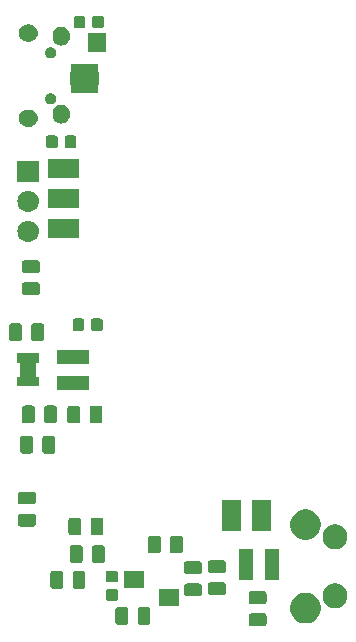
<source format=gbr>
G04 #@! TF.GenerationSoftware,KiCad,Pcbnew,(5.0.1)-rc2*
G04 #@! TF.CreationDate,2019-03-21T01:05:14-07:00*
G04 #@! TF.ProjectId,littlebeepboop,6C6974746C6562656570626F6F702E6B,rev?*
G04 #@! TF.SameCoordinates,Original*
G04 #@! TF.FileFunction,Soldermask,Bot*
G04 #@! TF.FilePolarity,Negative*
%FSLAX46Y46*%
G04 Gerber Fmt 4.6, Leading zero omitted, Abs format (unit mm)*
G04 Created by KiCad (PCBNEW (5.0.1)-rc2) date 3/21/2019 1:05:14 AM*
%MOMM*%
%LPD*%
G01*
G04 APERTURE LIST*
%ADD10C,0.100000*%
G04 APERTURE END LIST*
D10*
G36*
X179294466Y-137986065D02*
X179333137Y-137997796D01*
X179368779Y-138016848D01*
X179400017Y-138042483D01*
X179425652Y-138073721D01*
X179444704Y-138109363D01*
X179456435Y-138148034D01*
X179461000Y-138194388D01*
X179461000Y-138845612D01*
X179456435Y-138891966D01*
X179444704Y-138930637D01*
X179425652Y-138966279D01*
X179400017Y-138997517D01*
X179368779Y-139023152D01*
X179333137Y-139042204D01*
X179294466Y-139053935D01*
X179248112Y-139058500D01*
X178171888Y-139058500D01*
X178125534Y-139053935D01*
X178086863Y-139042204D01*
X178051221Y-139023152D01*
X178019983Y-138997517D01*
X177994348Y-138966279D01*
X177975296Y-138930637D01*
X177963565Y-138891966D01*
X177959000Y-138845612D01*
X177959000Y-138194388D01*
X177963565Y-138148034D01*
X177975296Y-138109363D01*
X177994348Y-138073721D01*
X178019983Y-138042483D01*
X178051221Y-138016848D01*
X178086863Y-137997796D01*
X178125534Y-137986065D01*
X178171888Y-137981500D01*
X179248112Y-137981500D01*
X179294466Y-137986065D01*
X179294466Y-137986065D01*
G37*
G36*
X169457466Y-137429565D02*
X169496137Y-137441296D01*
X169531779Y-137460348D01*
X169563017Y-137485983D01*
X169588652Y-137517221D01*
X169607704Y-137552863D01*
X169619435Y-137591534D01*
X169624000Y-137637888D01*
X169624000Y-138714112D01*
X169619435Y-138760466D01*
X169607704Y-138799137D01*
X169588652Y-138834779D01*
X169563017Y-138866017D01*
X169531779Y-138891652D01*
X169496137Y-138910704D01*
X169457466Y-138922435D01*
X169411112Y-138927000D01*
X168759888Y-138927000D01*
X168713534Y-138922435D01*
X168674863Y-138910704D01*
X168639221Y-138891652D01*
X168607983Y-138866017D01*
X168582348Y-138834779D01*
X168563296Y-138799137D01*
X168551565Y-138760466D01*
X168547000Y-138714112D01*
X168547000Y-137637888D01*
X168551565Y-137591534D01*
X168563296Y-137552863D01*
X168582348Y-137517221D01*
X168607983Y-137485983D01*
X168639221Y-137460348D01*
X168674863Y-137441296D01*
X168713534Y-137429565D01*
X168759888Y-137425000D01*
X169411112Y-137425000D01*
X169457466Y-137429565D01*
X169457466Y-137429565D01*
G37*
G36*
X167582466Y-137429565D02*
X167621137Y-137441296D01*
X167656779Y-137460348D01*
X167688017Y-137485983D01*
X167713652Y-137517221D01*
X167732704Y-137552863D01*
X167744435Y-137591534D01*
X167749000Y-137637888D01*
X167749000Y-138714112D01*
X167744435Y-138760466D01*
X167732704Y-138799137D01*
X167713652Y-138834779D01*
X167688017Y-138866017D01*
X167656779Y-138891652D01*
X167621137Y-138910704D01*
X167582466Y-138922435D01*
X167536112Y-138927000D01*
X166884888Y-138927000D01*
X166838534Y-138922435D01*
X166799863Y-138910704D01*
X166764221Y-138891652D01*
X166732983Y-138866017D01*
X166707348Y-138834779D01*
X166688296Y-138799137D01*
X166676565Y-138760466D01*
X166672000Y-138714112D01*
X166672000Y-137637888D01*
X166676565Y-137591534D01*
X166688296Y-137552863D01*
X166707348Y-137517221D01*
X166732983Y-137485983D01*
X166764221Y-137460348D01*
X166799863Y-137441296D01*
X166838534Y-137429565D01*
X166884888Y-137425000D01*
X167536112Y-137425000D01*
X167582466Y-137429565D01*
X167582466Y-137429565D01*
G37*
G36*
X183139485Y-136278996D02*
X183139487Y-136278997D01*
X183139488Y-136278997D01*
X183277779Y-136336279D01*
X183376255Y-136377069D01*
X183589342Y-136519449D01*
X183770551Y-136700658D01*
X183770553Y-136700661D01*
X183912931Y-136913745D01*
X183971705Y-137055637D01*
X184011004Y-137150515D01*
X184058362Y-137388600D01*
X184061000Y-137401863D01*
X184061000Y-137658137D01*
X184011003Y-137909488D01*
X183931609Y-138101163D01*
X183912931Y-138146255D01*
X183770551Y-138359342D01*
X183589342Y-138540551D01*
X183589339Y-138540553D01*
X183376255Y-138682931D01*
X183139488Y-138781003D01*
X183139487Y-138781003D01*
X183139485Y-138781004D01*
X182888139Y-138831000D01*
X182631861Y-138831000D01*
X182380515Y-138781004D01*
X182380513Y-138781003D01*
X182380512Y-138781003D01*
X182143745Y-138682931D01*
X181930661Y-138540553D01*
X181930658Y-138540551D01*
X181749449Y-138359342D01*
X181607069Y-138146255D01*
X181588391Y-138101163D01*
X181508997Y-137909488D01*
X181459000Y-137658137D01*
X181459000Y-137401863D01*
X181461638Y-137388600D01*
X181508996Y-137150515D01*
X181548296Y-137055637D01*
X181607069Y-136913745D01*
X181749447Y-136700661D01*
X181749449Y-136700658D01*
X181930658Y-136519449D01*
X182143745Y-136377069D01*
X182242221Y-136336279D01*
X182380512Y-136278997D01*
X182380513Y-136278997D01*
X182380515Y-136278996D01*
X182631861Y-136229000D01*
X182888139Y-136229000D01*
X183139485Y-136278996D01*
X183139485Y-136278996D01*
G37*
G36*
X185566565Y-135479389D02*
X185757834Y-135558615D01*
X185929976Y-135673637D01*
X186076363Y-135820024D01*
X186191385Y-135992166D01*
X186270611Y-136183435D01*
X186311000Y-136386484D01*
X186311000Y-136593516D01*
X186270611Y-136796565D01*
X186191385Y-136987834D01*
X186076363Y-137159976D01*
X185929976Y-137306363D01*
X185757834Y-137421385D01*
X185566565Y-137500611D01*
X185363516Y-137541000D01*
X185156484Y-137541000D01*
X184953435Y-137500611D01*
X184762166Y-137421385D01*
X184590024Y-137306363D01*
X184443637Y-137159976D01*
X184328615Y-136987834D01*
X184249389Y-136796565D01*
X184209000Y-136593516D01*
X184209000Y-136386484D01*
X184249389Y-136183435D01*
X184328615Y-135992166D01*
X184443637Y-135820024D01*
X184590024Y-135673637D01*
X184762166Y-135558615D01*
X184953435Y-135479389D01*
X185156484Y-135439000D01*
X185363516Y-135439000D01*
X185566565Y-135479389D01*
X185566565Y-135479389D01*
G37*
G36*
X172021500Y-137388600D02*
X170370500Y-137388600D01*
X170370500Y-135915400D01*
X172021500Y-135915400D01*
X172021500Y-137388600D01*
X172021500Y-137388600D01*
G37*
G36*
X179294466Y-136111065D02*
X179333137Y-136122796D01*
X179368779Y-136141848D01*
X179400017Y-136167483D01*
X179425652Y-136198721D01*
X179444704Y-136234363D01*
X179456435Y-136273034D01*
X179461000Y-136319388D01*
X179461000Y-136970612D01*
X179456435Y-137016966D01*
X179444704Y-137055637D01*
X179425652Y-137091279D01*
X179400017Y-137122517D01*
X179368779Y-137148152D01*
X179333137Y-137167204D01*
X179294466Y-137178935D01*
X179248112Y-137183500D01*
X178171888Y-137183500D01*
X178125534Y-137178935D01*
X178086863Y-137167204D01*
X178051221Y-137148152D01*
X178019983Y-137122517D01*
X177994348Y-137091279D01*
X177975296Y-137055637D01*
X177963565Y-137016966D01*
X177959000Y-136970612D01*
X177959000Y-136319388D01*
X177963565Y-136273034D01*
X177975296Y-136234363D01*
X177994348Y-136198721D01*
X178019983Y-136167483D01*
X178051221Y-136141848D01*
X178086863Y-136122796D01*
X178125534Y-136111065D01*
X178171888Y-136106500D01*
X179248112Y-136106500D01*
X179294466Y-136111065D01*
X179294466Y-136111065D01*
G37*
G36*
X166749591Y-135939085D02*
X166783569Y-135949393D01*
X166814887Y-135966133D01*
X166842339Y-135988661D01*
X166864867Y-136016113D01*
X166881607Y-136047431D01*
X166891915Y-136081409D01*
X166896000Y-136122890D01*
X166896000Y-136724110D01*
X166891915Y-136765591D01*
X166881607Y-136799569D01*
X166864867Y-136830887D01*
X166842339Y-136858339D01*
X166814887Y-136880867D01*
X166783569Y-136897607D01*
X166749591Y-136907915D01*
X166708110Y-136912000D01*
X166031890Y-136912000D01*
X165990409Y-136907915D01*
X165956431Y-136897607D01*
X165925113Y-136880867D01*
X165897661Y-136858339D01*
X165875133Y-136830887D01*
X165858393Y-136799569D01*
X165848085Y-136765591D01*
X165844000Y-136724110D01*
X165844000Y-136122890D01*
X165848085Y-136081409D01*
X165858393Y-136047431D01*
X165875133Y-136016113D01*
X165897661Y-135988661D01*
X165925113Y-135966133D01*
X165956431Y-135949393D01*
X165990409Y-135939085D01*
X166031890Y-135935000D01*
X166708110Y-135935000D01*
X166749591Y-135939085D01*
X166749591Y-135939085D01*
G37*
G36*
X173812466Y-135453065D02*
X173851137Y-135464796D01*
X173886779Y-135483848D01*
X173918017Y-135509483D01*
X173943652Y-135540721D01*
X173962704Y-135576363D01*
X173974435Y-135615034D01*
X173979000Y-135661388D01*
X173979000Y-136312612D01*
X173974435Y-136358966D01*
X173962704Y-136397637D01*
X173943652Y-136433279D01*
X173918017Y-136464517D01*
X173886779Y-136490152D01*
X173851137Y-136509204D01*
X173812466Y-136520935D01*
X173766112Y-136525500D01*
X172689888Y-136525500D01*
X172643534Y-136520935D01*
X172604863Y-136509204D01*
X172569221Y-136490152D01*
X172537983Y-136464517D01*
X172512348Y-136433279D01*
X172493296Y-136397637D01*
X172481565Y-136358966D01*
X172477000Y-136312612D01*
X172477000Y-135661388D01*
X172481565Y-135615034D01*
X172493296Y-135576363D01*
X172512348Y-135540721D01*
X172537983Y-135509483D01*
X172569221Y-135483848D01*
X172604863Y-135464796D01*
X172643534Y-135453065D01*
X172689888Y-135448500D01*
X173766112Y-135448500D01*
X173812466Y-135453065D01*
X173812466Y-135453065D01*
G37*
G36*
X175844466Y-135356065D02*
X175883137Y-135367796D01*
X175918779Y-135386848D01*
X175950017Y-135412483D01*
X175975652Y-135443721D01*
X175994704Y-135479363D01*
X176006435Y-135518034D01*
X176011000Y-135564388D01*
X176011000Y-136215612D01*
X176006435Y-136261966D01*
X175994704Y-136300637D01*
X175975652Y-136336279D01*
X175950017Y-136367517D01*
X175918779Y-136393152D01*
X175883137Y-136412204D01*
X175844466Y-136423935D01*
X175798112Y-136428500D01*
X174721888Y-136428500D01*
X174675534Y-136423935D01*
X174636863Y-136412204D01*
X174601221Y-136393152D01*
X174569983Y-136367517D01*
X174544348Y-136336279D01*
X174525296Y-136300637D01*
X174513565Y-136261966D01*
X174509000Y-136215612D01*
X174509000Y-135564388D01*
X174513565Y-135518034D01*
X174525296Y-135479363D01*
X174544348Y-135443721D01*
X174569983Y-135412483D01*
X174601221Y-135386848D01*
X174636863Y-135367796D01*
X174675534Y-135356065D01*
X174721888Y-135351500D01*
X175798112Y-135351500D01*
X175844466Y-135356065D01*
X175844466Y-135356065D01*
G37*
G36*
X162072966Y-134381565D02*
X162111637Y-134393296D01*
X162147279Y-134412348D01*
X162178517Y-134437983D01*
X162204152Y-134469221D01*
X162223204Y-134504863D01*
X162234935Y-134543534D01*
X162239500Y-134589888D01*
X162239500Y-135666112D01*
X162234935Y-135712466D01*
X162223204Y-135751137D01*
X162204152Y-135786779D01*
X162178517Y-135818017D01*
X162147279Y-135843652D01*
X162111637Y-135862704D01*
X162072966Y-135874435D01*
X162026612Y-135879000D01*
X161375388Y-135879000D01*
X161329034Y-135874435D01*
X161290363Y-135862704D01*
X161254721Y-135843652D01*
X161223483Y-135818017D01*
X161197848Y-135786779D01*
X161178796Y-135751137D01*
X161167065Y-135712466D01*
X161162500Y-135666112D01*
X161162500Y-134589888D01*
X161167065Y-134543534D01*
X161178796Y-134504863D01*
X161197848Y-134469221D01*
X161223483Y-134437983D01*
X161254721Y-134412348D01*
X161290363Y-134393296D01*
X161329034Y-134381565D01*
X161375388Y-134377000D01*
X162026612Y-134377000D01*
X162072966Y-134381565D01*
X162072966Y-134381565D01*
G37*
G36*
X163947966Y-134381565D02*
X163986637Y-134393296D01*
X164022279Y-134412348D01*
X164053517Y-134437983D01*
X164079152Y-134469221D01*
X164098204Y-134504863D01*
X164109935Y-134543534D01*
X164114500Y-134589888D01*
X164114500Y-135666112D01*
X164109935Y-135712466D01*
X164098204Y-135751137D01*
X164079152Y-135786779D01*
X164053517Y-135818017D01*
X164022279Y-135843652D01*
X163986637Y-135862704D01*
X163947966Y-135874435D01*
X163901612Y-135879000D01*
X163250388Y-135879000D01*
X163204034Y-135874435D01*
X163165363Y-135862704D01*
X163129721Y-135843652D01*
X163098483Y-135818017D01*
X163072848Y-135786779D01*
X163053796Y-135751137D01*
X163042065Y-135712466D01*
X163037500Y-135666112D01*
X163037500Y-134589888D01*
X163042065Y-134543534D01*
X163053796Y-134504863D01*
X163072848Y-134469221D01*
X163098483Y-134437983D01*
X163129721Y-134412348D01*
X163165363Y-134393296D01*
X163204034Y-134381565D01*
X163250388Y-134377000D01*
X163901612Y-134377000D01*
X163947966Y-134381565D01*
X163947966Y-134381565D01*
G37*
G36*
X169075100Y-135864600D02*
X167424100Y-135864600D01*
X167424100Y-134391400D01*
X169075100Y-134391400D01*
X169075100Y-135864600D01*
X169075100Y-135864600D01*
G37*
G36*
X166749591Y-134364085D02*
X166783569Y-134374393D01*
X166814887Y-134391133D01*
X166842339Y-134413661D01*
X166864867Y-134441113D01*
X166881607Y-134472431D01*
X166891915Y-134506409D01*
X166896000Y-134547890D01*
X166896000Y-135149110D01*
X166891915Y-135190591D01*
X166881607Y-135224569D01*
X166864867Y-135255887D01*
X166842339Y-135283339D01*
X166814887Y-135305867D01*
X166783569Y-135322607D01*
X166749591Y-135332915D01*
X166708110Y-135337000D01*
X166031890Y-135337000D01*
X165990409Y-135332915D01*
X165956431Y-135322607D01*
X165925113Y-135305867D01*
X165897661Y-135283339D01*
X165875133Y-135255887D01*
X165858393Y-135224569D01*
X165848085Y-135190591D01*
X165844000Y-135149110D01*
X165844000Y-134547890D01*
X165848085Y-134506409D01*
X165858393Y-134472431D01*
X165875133Y-134441113D01*
X165897661Y-134413661D01*
X165925113Y-134391133D01*
X165956431Y-134374393D01*
X165990409Y-134364085D01*
X166031890Y-134360000D01*
X166708110Y-134360000D01*
X166749591Y-134364085D01*
X166749591Y-134364085D01*
G37*
G36*
X180497000Y-135184000D02*
X179335000Y-135184000D01*
X179335000Y-132532000D01*
X180497000Y-132532000D01*
X180497000Y-135184000D01*
X180497000Y-135184000D01*
G37*
G36*
X178297000Y-135184000D02*
X177135000Y-135184000D01*
X177135000Y-132532000D01*
X178297000Y-132532000D01*
X178297000Y-135184000D01*
X178297000Y-135184000D01*
G37*
G36*
X173812466Y-133578065D02*
X173851137Y-133589796D01*
X173886779Y-133608848D01*
X173918017Y-133634483D01*
X173943652Y-133665721D01*
X173962704Y-133701363D01*
X173974435Y-133740034D01*
X173979000Y-133786388D01*
X173979000Y-134437612D01*
X173974435Y-134483966D01*
X173962704Y-134522637D01*
X173943652Y-134558279D01*
X173918017Y-134589517D01*
X173886779Y-134615152D01*
X173851137Y-134634204D01*
X173812466Y-134645935D01*
X173766112Y-134650500D01*
X172689888Y-134650500D01*
X172643534Y-134645935D01*
X172604863Y-134634204D01*
X172569221Y-134615152D01*
X172537983Y-134589517D01*
X172512348Y-134558279D01*
X172493296Y-134522637D01*
X172481565Y-134483966D01*
X172477000Y-134437612D01*
X172477000Y-133786388D01*
X172481565Y-133740034D01*
X172493296Y-133701363D01*
X172512348Y-133665721D01*
X172537983Y-133634483D01*
X172569221Y-133608848D01*
X172604863Y-133589796D01*
X172643534Y-133578065D01*
X172689888Y-133573500D01*
X173766112Y-133573500D01*
X173812466Y-133578065D01*
X173812466Y-133578065D01*
G37*
G36*
X175844466Y-133481065D02*
X175883137Y-133492796D01*
X175918779Y-133511848D01*
X175950017Y-133537483D01*
X175975652Y-133568721D01*
X175994704Y-133604363D01*
X176006435Y-133643034D01*
X176011000Y-133689388D01*
X176011000Y-134340612D01*
X176006435Y-134386966D01*
X175994704Y-134425637D01*
X175975652Y-134461279D01*
X175950017Y-134492517D01*
X175918779Y-134518152D01*
X175883137Y-134537204D01*
X175844466Y-134548935D01*
X175798112Y-134553500D01*
X174721888Y-134553500D01*
X174675534Y-134548935D01*
X174636863Y-134537204D01*
X174601221Y-134518152D01*
X174569983Y-134492517D01*
X174544348Y-134461279D01*
X174525296Y-134425637D01*
X174513565Y-134386966D01*
X174509000Y-134340612D01*
X174509000Y-133689388D01*
X174513565Y-133643034D01*
X174525296Y-133604363D01*
X174544348Y-133568721D01*
X174569983Y-133537483D01*
X174601221Y-133511848D01*
X174636863Y-133492796D01*
X174675534Y-133481065D01*
X174721888Y-133476500D01*
X175798112Y-133476500D01*
X175844466Y-133481065D01*
X175844466Y-133481065D01*
G37*
G36*
X163726966Y-132203565D02*
X163765637Y-132215296D01*
X163801279Y-132234348D01*
X163832517Y-132259983D01*
X163858152Y-132291221D01*
X163877204Y-132326863D01*
X163888935Y-132365534D01*
X163893500Y-132411888D01*
X163893500Y-133488112D01*
X163888935Y-133534466D01*
X163877204Y-133573137D01*
X163858152Y-133608779D01*
X163832517Y-133640017D01*
X163801279Y-133665652D01*
X163765637Y-133684704D01*
X163726966Y-133696435D01*
X163680612Y-133701000D01*
X163029388Y-133701000D01*
X162983034Y-133696435D01*
X162944363Y-133684704D01*
X162908721Y-133665652D01*
X162877483Y-133640017D01*
X162851848Y-133608779D01*
X162832796Y-133573137D01*
X162821065Y-133534466D01*
X162816500Y-133488112D01*
X162816500Y-132411888D01*
X162821065Y-132365534D01*
X162832796Y-132326863D01*
X162851848Y-132291221D01*
X162877483Y-132259983D01*
X162908721Y-132234348D01*
X162944363Y-132215296D01*
X162983034Y-132203565D01*
X163029388Y-132199000D01*
X163680612Y-132199000D01*
X163726966Y-132203565D01*
X163726966Y-132203565D01*
G37*
G36*
X165601966Y-132203565D02*
X165640637Y-132215296D01*
X165676279Y-132234348D01*
X165707517Y-132259983D01*
X165733152Y-132291221D01*
X165752204Y-132326863D01*
X165763935Y-132365534D01*
X165768500Y-132411888D01*
X165768500Y-133488112D01*
X165763935Y-133534466D01*
X165752204Y-133573137D01*
X165733152Y-133608779D01*
X165707517Y-133640017D01*
X165676279Y-133665652D01*
X165640637Y-133684704D01*
X165601966Y-133696435D01*
X165555612Y-133701000D01*
X164904388Y-133701000D01*
X164858034Y-133696435D01*
X164819363Y-133684704D01*
X164783721Y-133665652D01*
X164752483Y-133640017D01*
X164726848Y-133608779D01*
X164707796Y-133573137D01*
X164696065Y-133534466D01*
X164691500Y-133488112D01*
X164691500Y-132411888D01*
X164696065Y-132365534D01*
X164707796Y-132326863D01*
X164726848Y-132291221D01*
X164752483Y-132259983D01*
X164783721Y-132234348D01*
X164819363Y-132215296D01*
X164858034Y-132203565D01*
X164904388Y-132199000D01*
X165555612Y-132199000D01*
X165601966Y-132203565D01*
X165601966Y-132203565D01*
G37*
G36*
X172201966Y-131393565D02*
X172240637Y-131405296D01*
X172276279Y-131424348D01*
X172307517Y-131449983D01*
X172333152Y-131481221D01*
X172352204Y-131516863D01*
X172363935Y-131555534D01*
X172368500Y-131601888D01*
X172368500Y-132678112D01*
X172363935Y-132724466D01*
X172352204Y-132763137D01*
X172333152Y-132798779D01*
X172307517Y-132830017D01*
X172276279Y-132855652D01*
X172240637Y-132874704D01*
X172201966Y-132886435D01*
X172155612Y-132891000D01*
X171504388Y-132891000D01*
X171458034Y-132886435D01*
X171419363Y-132874704D01*
X171383721Y-132855652D01*
X171352483Y-132830017D01*
X171326848Y-132798779D01*
X171307796Y-132763137D01*
X171296065Y-132724466D01*
X171291500Y-132678112D01*
X171291500Y-131601888D01*
X171296065Y-131555534D01*
X171307796Y-131516863D01*
X171326848Y-131481221D01*
X171352483Y-131449983D01*
X171383721Y-131424348D01*
X171419363Y-131405296D01*
X171458034Y-131393565D01*
X171504388Y-131389000D01*
X172155612Y-131389000D01*
X172201966Y-131393565D01*
X172201966Y-131393565D01*
G37*
G36*
X170326966Y-131393565D02*
X170365637Y-131405296D01*
X170401279Y-131424348D01*
X170432517Y-131449983D01*
X170458152Y-131481221D01*
X170477204Y-131516863D01*
X170488935Y-131555534D01*
X170493500Y-131601888D01*
X170493500Y-132678112D01*
X170488935Y-132724466D01*
X170477204Y-132763137D01*
X170458152Y-132798779D01*
X170432517Y-132830017D01*
X170401279Y-132855652D01*
X170365637Y-132874704D01*
X170326966Y-132886435D01*
X170280612Y-132891000D01*
X169629388Y-132891000D01*
X169583034Y-132886435D01*
X169544363Y-132874704D01*
X169508721Y-132855652D01*
X169477483Y-132830017D01*
X169451848Y-132798779D01*
X169432796Y-132763137D01*
X169421065Y-132724466D01*
X169416500Y-132678112D01*
X169416500Y-131601888D01*
X169421065Y-131555534D01*
X169432796Y-131516863D01*
X169451848Y-131481221D01*
X169477483Y-131449983D01*
X169508721Y-131424348D01*
X169544363Y-131405296D01*
X169583034Y-131393565D01*
X169629388Y-131389000D01*
X170280612Y-131389000D01*
X170326966Y-131393565D01*
X170326966Y-131393565D01*
G37*
G36*
X185566565Y-130479389D02*
X185757834Y-130558615D01*
X185929976Y-130673637D01*
X186076363Y-130820024D01*
X186191385Y-130992166D01*
X186270611Y-131183435D01*
X186311000Y-131386484D01*
X186311000Y-131593516D01*
X186270611Y-131796565D01*
X186191385Y-131987834D01*
X186076363Y-132159976D01*
X185929976Y-132306363D01*
X185757834Y-132421385D01*
X185566565Y-132500611D01*
X185363516Y-132541000D01*
X185156484Y-132541000D01*
X184953435Y-132500611D01*
X184762166Y-132421385D01*
X184590024Y-132306363D01*
X184443637Y-132159976D01*
X184328615Y-131987834D01*
X184249389Y-131796565D01*
X184209000Y-131593516D01*
X184209000Y-131386484D01*
X184249389Y-131183435D01*
X184328615Y-130992166D01*
X184443637Y-130820024D01*
X184590024Y-130673637D01*
X184762166Y-130558615D01*
X184953435Y-130479389D01*
X185156484Y-130439000D01*
X185363516Y-130439000D01*
X185566565Y-130479389D01*
X185566565Y-130479389D01*
G37*
G36*
X183139485Y-129198996D02*
X183139487Y-129198997D01*
X183139488Y-129198997D01*
X183376255Y-129297069D01*
X183589342Y-129439449D01*
X183770551Y-129620658D01*
X183770553Y-129620661D01*
X183912931Y-129833745D01*
X183940166Y-129899495D01*
X184011004Y-130070515D01*
X184061000Y-130321861D01*
X184061000Y-130578139D01*
X184011004Y-130829485D01*
X183912931Y-131066255D01*
X183770551Y-131279342D01*
X183589342Y-131460551D01*
X183589339Y-131460553D01*
X183376255Y-131602931D01*
X183139488Y-131701003D01*
X183139487Y-131701003D01*
X183139485Y-131701004D01*
X182888139Y-131751000D01*
X182631861Y-131751000D01*
X182380515Y-131701004D01*
X182380513Y-131701003D01*
X182380512Y-131701003D01*
X182143745Y-131602931D01*
X181930661Y-131460553D01*
X181930658Y-131460551D01*
X181749449Y-131279342D01*
X181607069Y-131066255D01*
X181508996Y-130829485D01*
X181459000Y-130578139D01*
X181459000Y-130321861D01*
X181508996Y-130070515D01*
X181579835Y-129899495D01*
X181607069Y-129833745D01*
X181749447Y-129620661D01*
X181749449Y-129620658D01*
X181930658Y-129439449D01*
X182143745Y-129297069D01*
X182380512Y-129198997D01*
X182380513Y-129198997D01*
X182380515Y-129198996D01*
X182631861Y-129149000D01*
X182888139Y-129149000D01*
X183139485Y-129198996D01*
X183139485Y-129198996D01*
G37*
G36*
X165481966Y-129883565D02*
X165520637Y-129895296D01*
X165556279Y-129914348D01*
X165587517Y-129939983D01*
X165613152Y-129971221D01*
X165632204Y-130006863D01*
X165643935Y-130045534D01*
X165648500Y-130091888D01*
X165648500Y-131168112D01*
X165643935Y-131214466D01*
X165632204Y-131253137D01*
X165613152Y-131288779D01*
X165587517Y-131320017D01*
X165556279Y-131345652D01*
X165520637Y-131364704D01*
X165481966Y-131376435D01*
X165435612Y-131381000D01*
X164784388Y-131381000D01*
X164738034Y-131376435D01*
X164699363Y-131364704D01*
X164663721Y-131345652D01*
X164632483Y-131320017D01*
X164606848Y-131288779D01*
X164587796Y-131253137D01*
X164576065Y-131214466D01*
X164571500Y-131168112D01*
X164571500Y-130091888D01*
X164576065Y-130045534D01*
X164587796Y-130006863D01*
X164606848Y-129971221D01*
X164632483Y-129939983D01*
X164663721Y-129914348D01*
X164699363Y-129895296D01*
X164738034Y-129883565D01*
X164784388Y-129879000D01*
X165435612Y-129879000D01*
X165481966Y-129883565D01*
X165481966Y-129883565D01*
G37*
G36*
X163606966Y-129883565D02*
X163645637Y-129895296D01*
X163681279Y-129914348D01*
X163712517Y-129939983D01*
X163738152Y-129971221D01*
X163757204Y-130006863D01*
X163768935Y-130045534D01*
X163773500Y-130091888D01*
X163773500Y-131168112D01*
X163768935Y-131214466D01*
X163757204Y-131253137D01*
X163738152Y-131288779D01*
X163712517Y-131320017D01*
X163681279Y-131345652D01*
X163645637Y-131364704D01*
X163606966Y-131376435D01*
X163560612Y-131381000D01*
X162909388Y-131381000D01*
X162863034Y-131376435D01*
X162824363Y-131364704D01*
X162788721Y-131345652D01*
X162757483Y-131320017D01*
X162731848Y-131288779D01*
X162712796Y-131253137D01*
X162701065Y-131214466D01*
X162696500Y-131168112D01*
X162696500Y-130091888D01*
X162701065Y-130045534D01*
X162712796Y-130006863D01*
X162731848Y-129971221D01*
X162757483Y-129939983D01*
X162788721Y-129914348D01*
X162824363Y-129895296D01*
X162863034Y-129883565D01*
X162909388Y-129879000D01*
X163560612Y-129879000D01*
X163606966Y-129883565D01*
X163606966Y-129883565D01*
G37*
G36*
X177283000Y-130991000D02*
X175657000Y-130991000D01*
X175657000Y-128349000D01*
X177283000Y-128349000D01*
X177283000Y-130991000D01*
X177283000Y-130991000D01*
G37*
G36*
X179823000Y-130991000D02*
X178197000Y-130991000D01*
X178197000Y-128349000D01*
X179823000Y-128349000D01*
X179823000Y-130991000D01*
X179823000Y-130991000D01*
G37*
G36*
X159754466Y-129556065D02*
X159793137Y-129567796D01*
X159828779Y-129586848D01*
X159860017Y-129612483D01*
X159885652Y-129643721D01*
X159904704Y-129679363D01*
X159916435Y-129718034D01*
X159921000Y-129764388D01*
X159921000Y-130415612D01*
X159916435Y-130461966D01*
X159904704Y-130500637D01*
X159885652Y-130536279D01*
X159860017Y-130567517D01*
X159828779Y-130593152D01*
X159793137Y-130612204D01*
X159754466Y-130623935D01*
X159708112Y-130628500D01*
X158631888Y-130628500D01*
X158585534Y-130623935D01*
X158546863Y-130612204D01*
X158511221Y-130593152D01*
X158479983Y-130567517D01*
X158454348Y-130536279D01*
X158435296Y-130500637D01*
X158423565Y-130461966D01*
X158419000Y-130415612D01*
X158419000Y-129764388D01*
X158423565Y-129718034D01*
X158435296Y-129679363D01*
X158454348Y-129643721D01*
X158479983Y-129612483D01*
X158511221Y-129586848D01*
X158546863Y-129567796D01*
X158585534Y-129556065D01*
X158631888Y-129551500D01*
X159708112Y-129551500D01*
X159754466Y-129556065D01*
X159754466Y-129556065D01*
G37*
G36*
X159754466Y-127681065D02*
X159793137Y-127692796D01*
X159828779Y-127711848D01*
X159860017Y-127737483D01*
X159885652Y-127768721D01*
X159904704Y-127804363D01*
X159916435Y-127843034D01*
X159921000Y-127889388D01*
X159921000Y-128540612D01*
X159916435Y-128586966D01*
X159904704Y-128625637D01*
X159885652Y-128661279D01*
X159860017Y-128692517D01*
X159828779Y-128718152D01*
X159793137Y-128737204D01*
X159754466Y-128748935D01*
X159708112Y-128753500D01*
X158631888Y-128753500D01*
X158585534Y-128748935D01*
X158546863Y-128737204D01*
X158511221Y-128718152D01*
X158479983Y-128692517D01*
X158454348Y-128661279D01*
X158435296Y-128625637D01*
X158423565Y-128586966D01*
X158419000Y-128540612D01*
X158419000Y-127889388D01*
X158423565Y-127843034D01*
X158435296Y-127804363D01*
X158454348Y-127768721D01*
X158479983Y-127737483D01*
X158511221Y-127711848D01*
X158546863Y-127692796D01*
X158585534Y-127681065D01*
X158631888Y-127676500D01*
X159708112Y-127676500D01*
X159754466Y-127681065D01*
X159754466Y-127681065D01*
G37*
G36*
X159521966Y-122953565D02*
X159560637Y-122965296D01*
X159596279Y-122984348D01*
X159627517Y-123009983D01*
X159653152Y-123041221D01*
X159672204Y-123076863D01*
X159683935Y-123115534D01*
X159688500Y-123161888D01*
X159688500Y-124238112D01*
X159683935Y-124284466D01*
X159672204Y-124323137D01*
X159653152Y-124358779D01*
X159627517Y-124390017D01*
X159596279Y-124415652D01*
X159560637Y-124434704D01*
X159521966Y-124446435D01*
X159475612Y-124451000D01*
X158824388Y-124451000D01*
X158778034Y-124446435D01*
X158739363Y-124434704D01*
X158703721Y-124415652D01*
X158672483Y-124390017D01*
X158646848Y-124358779D01*
X158627796Y-124323137D01*
X158616065Y-124284466D01*
X158611500Y-124238112D01*
X158611500Y-123161888D01*
X158616065Y-123115534D01*
X158627796Y-123076863D01*
X158646848Y-123041221D01*
X158672483Y-123009983D01*
X158703721Y-122984348D01*
X158739363Y-122965296D01*
X158778034Y-122953565D01*
X158824388Y-122949000D01*
X159475612Y-122949000D01*
X159521966Y-122953565D01*
X159521966Y-122953565D01*
G37*
G36*
X161396966Y-122953565D02*
X161435637Y-122965296D01*
X161471279Y-122984348D01*
X161502517Y-123009983D01*
X161528152Y-123041221D01*
X161547204Y-123076863D01*
X161558935Y-123115534D01*
X161563500Y-123161888D01*
X161563500Y-124238112D01*
X161558935Y-124284466D01*
X161547204Y-124323137D01*
X161528152Y-124358779D01*
X161502517Y-124390017D01*
X161471279Y-124415652D01*
X161435637Y-124434704D01*
X161396966Y-124446435D01*
X161350612Y-124451000D01*
X160699388Y-124451000D01*
X160653034Y-124446435D01*
X160614363Y-124434704D01*
X160578721Y-124415652D01*
X160547483Y-124390017D01*
X160521848Y-124358779D01*
X160502796Y-124323137D01*
X160491065Y-124284466D01*
X160486500Y-124238112D01*
X160486500Y-123161888D01*
X160491065Y-123115534D01*
X160502796Y-123076863D01*
X160521848Y-123041221D01*
X160547483Y-123009983D01*
X160578721Y-122984348D01*
X160614363Y-122965296D01*
X160653034Y-122953565D01*
X160699388Y-122949000D01*
X161350612Y-122949000D01*
X161396966Y-122953565D01*
X161396966Y-122953565D01*
G37*
G36*
X165386966Y-120403565D02*
X165425637Y-120415296D01*
X165461279Y-120434348D01*
X165492517Y-120459983D01*
X165518152Y-120491221D01*
X165537204Y-120526863D01*
X165548935Y-120565534D01*
X165553500Y-120611888D01*
X165553500Y-121688112D01*
X165548935Y-121734466D01*
X165537204Y-121773137D01*
X165518152Y-121808779D01*
X165492517Y-121840017D01*
X165461279Y-121865652D01*
X165425637Y-121884704D01*
X165386966Y-121896435D01*
X165340612Y-121901000D01*
X164689388Y-121901000D01*
X164643034Y-121896435D01*
X164604363Y-121884704D01*
X164568721Y-121865652D01*
X164537483Y-121840017D01*
X164511848Y-121808779D01*
X164492796Y-121773137D01*
X164481065Y-121734466D01*
X164476500Y-121688112D01*
X164476500Y-120611888D01*
X164481065Y-120565534D01*
X164492796Y-120526863D01*
X164511848Y-120491221D01*
X164537483Y-120459983D01*
X164568721Y-120434348D01*
X164604363Y-120415296D01*
X164643034Y-120403565D01*
X164689388Y-120399000D01*
X165340612Y-120399000D01*
X165386966Y-120403565D01*
X165386966Y-120403565D01*
G37*
G36*
X163511966Y-120403565D02*
X163550637Y-120415296D01*
X163586279Y-120434348D01*
X163617517Y-120459983D01*
X163643152Y-120491221D01*
X163662204Y-120526863D01*
X163673935Y-120565534D01*
X163678500Y-120611888D01*
X163678500Y-121688112D01*
X163673935Y-121734466D01*
X163662204Y-121773137D01*
X163643152Y-121808779D01*
X163617517Y-121840017D01*
X163586279Y-121865652D01*
X163550637Y-121884704D01*
X163511966Y-121896435D01*
X163465612Y-121901000D01*
X162814388Y-121901000D01*
X162768034Y-121896435D01*
X162729363Y-121884704D01*
X162693721Y-121865652D01*
X162662483Y-121840017D01*
X162636848Y-121808779D01*
X162617796Y-121773137D01*
X162606065Y-121734466D01*
X162601500Y-121688112D01*
X162601500Y-120611888D01*
X162606065Y-120565534D01*
X162617796Y-120526863D01*
X162636848Y-120491221D01*
X162662483Y-120459983D01*
X162693721Y-120434348D01*
X162729363Y-120415296D01*
X162768034Y-120403565D01*
X162814388Y-120399000D01*
X163465612Y-120399000D01*
X163511966Y-120403565D01*
X163511966Y-120403565D01*
G37*
G36*
X161549466Y-120383565D02*
X161588137Y-120395296D01*
X161623779Y-120414348D01*
X161655017Y-120439983D01*
X161680652Y-120471221D01*
X161699704Y-120506863D01*
X161711435Y-120545534D01*
X161716000Y-120591888D01*
X161716000Y-121668112D01*
X161711435Y-121714466D01*
X161699704Y-121753137D01*
X161680652Y-121788779D01*
X161655017Y-121820017D01*
X161623779Y-121845652D01*
X161588137Y-121864704D01*
X161549466Y-121876435D01*
X161503112Y-121881000D01*
X160851888Y-121881000D01*
X160805534Y-121876435D01*
X160766863Y-121864704D01*
X160731221Y-121845652D01*
X160699983Y-121820017D01*
X160674348Y-121788779D01*
X160655296Y-121753137D01*
X160643565Y-121714466D01*
X160639000Y-121668112D01*
X160639000Y-120591888D01*
X160643565Y-120545534D01*
X160655296Y-120506863D01*
X160674348Y-120471221D01*
X160699983Y-120439983D01*
X160731221Y-120414348D01*
X160766863Y-120395296D01*
X160805534Y-120383565D01*
X160851888Y-120379000D01*
X161503112Y-120379000D01*
X161549466Y-120383565D01*
X161549466Y-120383565D01*
G37*
G36*
X159674466Y-120383565D02*
X159713137Y-120395296D01*
X159748779Y-120414348D01*
X159780017Y-120439983D01*
X159805652Y-120471221D01*
X159824704Y-120506863D01*
X159836435Y-120545534D01*
X159841000Y-120591888D01*
X159841000Y-121668112D01*
X159836435Y-121714466D01*
X159824704Y-121753137D01*
X159805652Y-121788779D01*
X159780017Y-121820017D01*
X159748779Y-121845652D01*
X159713137Y-121864704D01*
X159674466Y-121876435D01*
X159628112Y-121881000D01*
X158976888Y-121881000D01*
X158930534Y-121876435D01*
X158891863Y-121864704D01*
X158856221Y-121845652D01*
X158824983Y-121820017D01*
X158799348Y-121788779D01*
X158780296Y-121753137D01*
X158768565Y-121714466D01*
X158764000Y-121668112D01*
X158764000Y-120591888D01*
X158768565Y-120545534D01*
X158780296Y-120506863D01*
X158799348Y-120471221D01*
X158824983Y-120439983D01*
X158856221Y-120414348D01*
X158891863Y-120395296D01*
X158930534Y-120383565D01*
X158976888Y-120379000D01*
X159628112Y-120379000D01*
X159674466Y-120383565D01*
X159674466Y-120383565D01*
G37*
G36*
X164394000Y-119029000D02*
X161742000Y-119029000D01*
X161742000Y-117867000D01*
X164394000Y-117867000D01*
X164394000Y-119029000D01*
X164394000Y-119029000D01*
G37*
G36*
X160209000Y-116749000D02*
X160034000Y-116749000D01*
X160009614Y-116751402D01*
X159986165Y-116758515D01*
X159964554Y-116770066D01*
X159945612Y-116785612D01*
X159930066Y-116804554D01*
X159918515Y-116826165D01*
X159911402Y-116849614D01*
X159909000Y-116874000D01*
X159909000Y-117822000D01*
X159911402Y-117846386D01*
X159918515Y-117869835D01*
X159930066Y-117891446D01*
X159945612Y-117910388D01*
X159964554Y-117925934D01*
X159986165Y-117937485D01*
X160009614Y-117944598D01*
X160034000Y-117947000D01*
X160209000Y-117947000D01*
X160209000Y-118749000D01*
X158307000Y-118749000D01*
X158307000Y-117947000D01*
X158482000Y-117947000D01*
X158506386Y-117944598D01*
X158529835Y-117937485D01*
X158551446Y-117925934D01*
X158570388Y-117910388D01*
X158585934Y-117891446D01*
X158597485Y-117869835D01*
X158604598Y-117846386D01*
X158607000Y-117822000D01*
X158607000Y-116874000D01*
X158604598Y-116849614D01*
X158597485Y-116826165D01*
X158585934Y-116804554D01*
X158570388Y-116785612D01*
X158551446Y-116770066D01*
X158529835Y-116758515D01*
X158506386Y-116751402D01*
X158482000Y-116749000D01*
X158307000Y-116749000D01*
X158307000Y-115947000D01*
X160209000Y-115947000D01*
X160209000Y-116749000D01*
X160209000Y-116749000D01*
G37*
G36*
X164394000Y-116829000D02*
X161742000Y-116829000D01*
X161742000Y-115667000D01*
X164394000Y-115667000D01*
X164394000Y-116829000D01*
X164394000Y-116829000D01*
G37*
G36*
X160451966Y-113413565D02*
X160490637Y-113425296D01*
X160526279Y-113444348D01*
X160557517Y-113469983D01*
X160583152Y-113501221D01*
X160602204Y-113536863D01*
X160613935Y-113575534D01*
X160618500Y-113621888D01*
X160618500Y-114698112D01*
X160613935Y-114744466D01*
X160602204Y-114783137D01*
X160583152Y-114818779D01*
X160557517Y-114850017D01*
X160526279Y-114875652D01*
X160490637Y-114894704D01*
X160451966Y-114906435D01*
X160405612Y-114911000D01*
X159754388Y-114911000D01*
X159708034Y-114906435D01*
X159669363Y-114894704D01*
X159633721Y-114875652D01*
X159602483Y-114850017D01*
X159576848Y-114818779D01*
X159557796Y-114783137D01*
X159546065Y-114744466D01*
X159541500Y-114698112D01*
X159541500Y-113621888D01*
X159546065Y-113575534D01*
X159557796Y-113536863D01*
X159576848Y-113501221D01*
X159602483Y-113469983D01*
X159633721Y-113444348D01*
X159669363Y-113425296D01*
X159708034Y-113413565D01*
X159754388Y-113409000D01*
X160405612Y-113409000D01*
X160451966Y-113413565D01*
X160451966Y-113413565D01*
G37*
G36*
X158576966Y-113413565D02*
X158615637Y-113425296D01*
X158651279Y-113444348D01*
X158682517Y-113469983D01*
X158708152Y-113501221D01*
X158727204Y-113536863D01*
X158738935Y-113575534D01*
X158743500Y-113621888D01*
X158743500Y-114698112D01*
X158738935Y-114744466D01*
X158727204Y-114783137D01*
X158708152Y-114818779D01*
X158682517Y-114850017D01*
X158651279Y-114875652D01*
X158615637Y-114894704D01*
X158576966Y-114906435D01*
X158530612Y-114911000D01*
X157879388Y-114911000D01*
X157833034Y-114906435D01*
X157794363Y-114894704D01*
X157758721Y-114875652D01*
X157727483Y-114850017D01*
X157701848Y-114818779D01*
X157682796Y-114783137D01*
X157671065Y-114744466D01*
X157666500Y-114698112D01*
X157666500Y-113621888D01*
X157671065Y-113575534D01*
X157682796Y-113536863D01*
X157701848Y-113501221D01*
X157727483Y-113469983D01*
X157758721Y-113444348D01*
X157794363Y-113425296D01*
X157833034Y-113413565D01*
X157879388Y-113409000D01*
X158530612Y-113409000D01*
X158576966Y-113413565D01*
X158576966Y-113413565D01*
G37*
G36*
X163867091Y-113016085D02*
X163901069Y-113026393D01*
X163932387Y-113043133D01*
X163959839Y-113065661D01*
X163982367Y-113093113D01*
X163999107Y-113124431D01*
X164009415Y-113158409D01*
X164013500Y-113199890D01*
X164013500Y-113876110D01*
X164009415Y-113917591D01*
X163999107Y-113951569D01*
X163982367Y-113982887D01*
X163959839Y-114010339D01*
X163932387Y-114032867D01*
X163901069Y-114049607D01*
X163867091Y-114059915D01*
X163825610Y-114064000D01*
X163224390Y-114064000D01*
X163182909Y-114059915D01*
X163148931Y-114049607D01*
X163117613Y-114032867D01*
X163090161Y-114010339D01*
X163067633Y-113982887D01*
X163050893Y-113951569D01*
X163040585Y-113917591D01*
X163036500Y-113876110D01*
X163036500Y-113199890D01*
X163040585Y-113158409D01*
X163050893Y-113124431D01*
X163067633Y-113093113D01*
X163090161Y-113065661D01*
X163117613Y-113043133D01*
X163148931Y-113026393D01*
X163182909Y-113016085D01*
X163224390Y-113012000D01*
X163825610Y-113012000D01*
X163867091Y-113016085D01*
X163867091Y-113016085D01*
G37*
G36*
X165442091Y-113016085D02*
X165476069Y-113026393D01*
X165507387Y-113043133D01*
X165534839Y-113065661D01*
X165557367Y-113093113D01*
X165574107Y-113124431D01*
X165584415Y-113158409D01*
X165588500Y-113199890D01*
X165588500Y-113876110D01*
X165584415Y-113917591D01*
X165574107Y-113951569D01*
X165557367Y-113982887D01*
X165534839Y-114010339D01*
X165507387Y-114032867D01*
X165476069Y-114049607D01*
X165442091Y-114059915D01*
X165400610Y-114064000D01*
X164799390Y-114064000D01*
X164757909Y-114059915D01*
X164723931Y-114049607D01*
X164692613Y-114032867D01*
X164665161Y-114010339D01*
X164642633Y-113982887D01*
X164625893Y-113951569D01*
X164615585Y-113917591D01*
X164611500Y-113876110D01*
X164611500Y-113199890D01*
X164615585Y-113158409D01*
X164625893Y-113124431D01*
X164642633Y-113093113D01*
X164665161Y-113065661D01*
X164692613Y-113043133D01*
X164723931Y-113026393D01*
X164757909Y-113016085D01*
X164799390Y-113012000D01*
X165400610Y-113012000D01*
X165442091Y-113016085D01*
X165442091Y-113016085D01*
G37*
G36*
X160096466Y-109956065D02*
X160135137Y-109967796D01*
X160170779Y-109986848D01*
X160202017Y-110012483D01*
X160227652Y-110043721D01*
X160246704Y-110079363D01*
X160258435Y-110118034D01*
X160263000Y-110164388D01*
X160263000Y-110815612D01*
X160258435Y-110861966D01*
X160246704Y-110900637D01*
X160227652Y-110936279D01*
X160202017Y-110967517D01*
X160170779Y-110993152D01*
X160135137Y-111012204D01*
X160096466Y-111023935D01*
X160050112Y-111028500D01*
X158973888Y-111028500D01*
X158927534Y-111023935D01*
X158888863Y-111012204D01*
X158853221Y-110993152D01*
X158821983Y-110967517D01*
X158796348Y-110936279D01*
X158777296Y-110900637D01*
X158765565Y-110861966D01*
X158761000Y-110815612D01*
X158761000Y-110164388D01*
X158765565Y-110118034D01*
X158777296Y-110079363D01*
X158796348Y-110043721D01*
X158821983Y-110012483D01*
X158853221Y-109986848D01*
X158888863Y-109967796D01*
X158927534Y-109956065D01*
X158973888Y-109951500D01*
X160050112Y-109951500D01*
X160096466Y-109956065D01*
X160096466Y-109956065D01*
G37*
G36*
X160096466Y-108081065D02*
X160135137Y-108092796D01*
X160170779Y-108111848D01*
X160202017Y-108137483D01*
X160227652Y-108168721D01*
X160246704Y-108204363D01*
X160258435Y-108243034D01*
X160263000Y-108289388D01*
X160263000Y-108940612D01*
X160258435Y-108986966D01*
X160246704Y-109025637D01*
X160227652Y-109061279D01*
X160202017Y-109092517D01*
X160170779Y-109118152D01*
X160135137Y-109137204D01*
X160096466Y-109148935D01*
X160050112Y-109153500D01*
X158973888Y-109153500D01*
X158927534Y-109148935D01*
X158888863Y-109137204D01*
X158853221Y-109118152D01*
X158821983Y-109092517D01*
X158796348Y-109061279D01*
X158777296Y-109025637D01*
X158765565Y-108986966D01*
X158761000Y-108940612D01*
X158761000Y-108289388D01*
X158765565Y-108243034D01*
X158777296Y-108204363D01*
X158796348Y-108168721D01*
X158821983Y-108137483D01*
X158853221Y-108111848D01*
X158888863Y-108092796D01*
X158927534Y-108081065D01*
X158973888Y-108076500D01*
X160050112Y-108076500D01*
X160096466Y-108081065D01*
X160096466Y-108081065D01*
G37*
G36*
X159380443Y-104745519D02*
X159446627Y-104752037D01*
X159559853Y-104786384D01*
X159616467Y-104803557D01*
X159755087Y-104877652D01*
X159772991Y-104887222D01*
X159808729Y-104916552D01*
X159910186Y-104999814D01*
X159993448Y-105101271D01*
X160022778Y-105137009D01*
X160022779Y-105137011D01*
X160106443Y-105293533D01*
X160106443Y-105293534D01*
X160157963Y-105463373D01*
X160175359Y-105640000D01*
X160157963Y-105816627D01*
X160123616Y-105929853D01*
X160106443Y-105986467D01*
X160032348Y-106125087D01*
X160022778Y-106142991D01*
X159993448Y-106178729D01*
X159910186Y-106280186D01*
X159808729Y-106363448D01*
X159772991Y-106392778D01*
X159772989Y-106392779D01*
X159616467Y-106476443D01*
X159559853Y-106493616D01*
X159446627Y-106527963D01*
X159380442Y-106534482D01*
X159314260Y-106541000D01*
X159225740Y-106541000D01*
X159159558Y-106534482D01*
X159093373Y-106527963D01*
X158980147Y-106493616D01*
X158923533Y-106476443D01*
X158767011Y-106392779D01*
X158767009Y-106392778D01*
X158731271Y-106363448D01*
X158629814Y-106280186D01*
X158546552Y-106178729D01*
X158517222Y-106142991D01*
X158507652Y-106125087D01*
X158433557Y-105986467D01*
X158416384Y-105929853D01*
X158382037Y-105816627D01*
X158364641Y-105640000D01*
X158382037Y-105463373D01*
X158433557Y-105293534D01*
X158433557Y-105293533D01*
X158517221Y-105137011D01*
X158517222Y-105137009D01*
X158546552Y-105101271D01*
X158629814Y-104999814D01*
X158731271Y-104916552D01*
X158767009Y-104887222D01*
X158784913Y-104877652D01*
X158923533Y-104803557D01*
X158980147Y-104786384D01*
X159093373Y-104752037D01*
X159159558Y-104745518D01*
X159225740Y-104739000D01*
X159314260Y-104739000D01*
X159380443Y-104745519D01*
X159380443Y-104745519D01*
G37*
G36*
X163627000Y-106223000D02*
X160985000Y-106223000D01*
X160985000Y-104597000D01*
X163627000Y-104597000D01*
X163627000Y-106223000D01*
X163627000Y-106223000D01*
G37*
G36*
X159380442Y-102205518D02*
X159446627Y-102212037D01*
X159559853Y-102246384D01*
X159616467Y-102263557D01*
X159755087Y-102337652D01*
X159772991Y-102347222D01*
X159808729Y-102376552D01*
X159910186Y-102459814D01*
X159993448Y-102561271D01*
X160022778Y-102597009D01*
X160022779Y-102597011D01*
X160106443Y-102753533D01*
X160106443Y-102753534D01*
X160157963Y-102923373D01*
X160175359Y-103100000D01*
X160157963Y-103276627D01*
X160123616Y-103389853D01*
X160106443Y-103446467D01*
X160032348Y-103585087D01*
X160022778Y-103602991D01*
X159993448Y-103638729D01*
X159910186Y-103740186D01*
X159808729Y-103823448D01*
X159772991Y-103852778D01*
X159772989Y-103852779D01*
X159616467Y-103936443D01*
X159559853Y-103953616D01*
X159446627Y-103987963D01*
X159380443Y-103994481D01*
X159314260Y-104001000D01*
X159225740Y-104001000D01*
X159159558Y-103994482D01*
X159093373Y-103987963D01*
X158980147Y-103953616D01*
X158923533Y-103936443D01*
X158767011Y-103852779D01*
X158767009Y-103852778D01*
X158731271Y-103823448D01*
X158629814Y-103740186D01*
X158546552Y-103638729D01*
X158517222Y-103602991D01*
X158507652Y-103585087D01*
X158433557Y-103446467D01*
X158416384Y-103389853D01*
X158382037Y-103276627D01*
X158364641Y-103100000D01*
X158382037Y-102923373D01*
X158433557Y-102753534D01*
X158433557Y-102753533D01*
X158517221Y-102597011D01*
X158517222Y-102597009D01*
X158546552Y-102561271D01*
X158629814Y-102459814D01*
X158731271Y-102376552D01*
X158767009Y-102347222D01*
X158784913Y-102337652D01*
X158923533Y-102263557D01*
X158980147Y-102246384D01*
X159093373Y-102212037D01*
X159159558Y-102205518D01*
X159225740Y-102199000D01*
X159314260Y-102199000D01*
X159380442Y-102205518D01*
X159380442Y-102205518D01*
G37*
G36*
X163627000Y-103683000D02*
X160985000Y-103683000D01*
X160985000Y-102057000D01*
X163627000Y-102057000D01*
X163627000Y-103683000D01*
X163627000Y-103683000D01*
G37*
G36*
X160171000Y-101461000D02*
X158369000Y-101461000D01*
X158369000Y-99659000D01*
X160171000Y-99659000D01*
X160171000Y-101461000D01*
X160171000Y-101461000D01*
G37*
G36*
X163627000Y-101143000D02*
X160985000Y-101143000D01*
X160985000Y-99517000D01*
X163627000Y-99517000D01*
X163627000Y-101143000D01*
X163627000Y-101143000D01*
G37*
G36*
X163207091Y-97522085D02*
X163241069Y-97532393D01*
X163272387Y-97549133D01*
X163299839Y-97571661D01*
X163322367Y-97599113D01*
X163339107Y-97630431D01*
X163349415Y-97664409D01*
X163353500Y-97705890D01*
X163353500Y-98382110D01*
X163349415Y-98423591D01*
X163339107Y-98457569D01*
X163322367Y-98488887D01*
X163299839Y-98516339D01*
X163272387Y-98538867D01*
X163241069Y-98555607D01*
X163207091Y-98565915D01*
X163165610Y-98570000D01*
X162564390Y-98570000D01*
X162522909Y-98565915D01*
X162488931Y-98555607D01*
X162457613Y-98538867D01*
X162430161Y-98516339D01*
X162407633Y-98488887D01*
X162390893Y-98457569D01*
X162380585Y-98423591D01*
X162376500Y-98382110D01*
X162376500Y-97705890D01*
X162380585Y-97664409D01*
X162390893Y-97630431D01*
X162407633Y-97599113D01*
X162430161Y-97571661D01*
X162457613Y-97549133D01*
X162488931Y-97532393D01*
X162522909Y-97522085D01*
X162564390Y-97518000D01*
X163165610Y-97518000D01*
X163207091Y-97522085D01*
X163207091Y-97522085D01*
G37*
G36*
X161632091Y-97522085D02*
X161666069Y-97532393D01*
X161697387Y-97549133D01*
X161724839Y-97571661D01*
X161747367Y-97599113D01*
X161764107Y-97630431D01*
X161774415Y-97664409D01*
X161778500Y-97705890D01*
X161778500Y-98382110D01*
X161774415Y-98423591D01*
X161764107Y-98457569D01*
X161747367Y-98488887D01*
X161724839Y-98516339D01*
X161697387Y-98538867D01*
X161666069Y-98555607D01*
X161632091Y-98565915D01*
X161590610Y-98570000D01*
X160989390Y-98570000D01*
X160947909Y-98565915D01*
X160913931Y-98555607D01*
X160882613Y-98538867D01*
X160855161Y-98516339D01*
X160832633Y-98488887D01*
X160815893Y-98457569D01*
X160805585Y-98423591D01*
X160801500Y-98382110D01*
X160801500Y-97705890D01*
X160805585Y-97664409D01*
X160815893Y-97630431D01*
X160832633Y-97599113D01*
X160855161Y-97571661D01*
X160882613Y-97549133D01*
X160913931Y-97532393D01*
X160947909Y-97522085D01*
X160989390Y-97518000D01*
X161590610Y-97518000D01*
X161632091Y-97522085D01*
X161632091Y-97522085D01*
G37*
G36*
X159416991Y-95321101D02*
X159502321Y-95329505D01*
X159639172Y-95371019D01*
X159639174Y-95371020D01*
X159639177Y-95371021D01*
X159765296Y-95438432D01*
X159875843Y-95529157D01*
X159966568Y-95639704D01*
X160033979Y-95765823D01*
X160033980Y-95765826D01*
X160033981Y-95765828D01*
X160075495Y-95902679D01*
X160089512Y-96045000D01*
X160075495Y-96187321D01*
X160044091Y-96290843D01*
X160033979Y-96324177D01*
X159966568Y-96450296D01*
X159875843Y-96560843D01*
X159765296Y-96651568D01*
X159639177Y-96718979D01*
X159639174Y-96718980D01*
X159639172Y-96718981D01*
X159502321Y-96760495D01*
X159416991Y-96768899D01*
X159395660Y-96771000D01*
X159174340Y-96771000D01*
X159153009Y-96768899D01*
X159067679Y-96760495D01*
X158930828Y-96718981D01*
X158930826Y-96718980D01*
X158930823Y-96718979D01*
X158804704Y-96651568D01*
X158694157Y-96560843D01*
X158603432Y-96450296D01*
X158536021Y-96324177D01*
X158525909Y-96290843D01*
X158494505Y-96187321D01*
X158480488Y-96045000D01*
X158494505Y-95902679D01*
X158536019Y-95765828D01*
X158536020Y-95765826D01*
X158536021Y-95765823D01*
X158603432Y-95639704D01*
X158694157Y-95529157D01*
X158804704Y-95438432D01*
X158930823Y-95371021D01*
X158930826Y-95371020D01*
X158930828Y-95371019D01*
X159067679Y-95329505D01*
X159153009Y-95321101D01*
X159174340Y-95319000D01*
X159395660Y-95319000D01*
X159416991Y-95321101D01*
X159416991Y-95321101D01*
G37*
G36*
X162227321Y-94909505D02*
X162364172Y-94951019D01*
X162364174Y-94951020D01*
X162364177Y-94951021D01*
X162490296Y-95018432D01*
X162600843Y-95109157D01*
X162691565Y-95219701D01*
X162691567Y-95219705D01*
X162758981Y-95345829D01*
X162800495Y-95482680D01*
X162811000Y-95589342D01*
X162811000Y-95810659D01*
X162800495Y-95917321D01*
X162761763Y-96045000D01*
X162758979Y-96054177D01*
X162691568Y-96180296D01*
X162600843Y-96290843D01*
X162490295Y-96381568D01*
X162364176Y-96448979D01*
X162364173Y-96448980D01*
X162364171Y-96448981D01*
X162227320Y-96490495D01*
X162085000Y-96504512D01*
X161942679Y-96490495D01*
X161805828Y-96448981D01*
X161805826Y-96448980D01*
X161805823Y-96448979D01*
X161679704Y-96381568D01*
X161569157Y-96290843D01*
X161478432Y-96180295D01*
X161411021Y-96054176D01*
X161408237Y-96045000D01*
X161369505Y-95917320D01*
X161359000Y-95810658D01*
X161359000Y-95589341D01*
X161369505Y-95482679D01*
X161411019Y-95345828D01*
X161411020Y-95345826D01*
X161411021Y-95345823D01*
X161478432Y-95219704D01*
X161569157Y-95109157D01*
X161679705Y-95018432D01*
X161805824Y-94951021D01*
X161805827Y-94951020D01*
X161805829Y-94951019D01*
X161942680Y-94909505D01*
X162085000Y-94895488D01*
X162227321Y-94909505D01*
X162227321Y-94909505D01*
G37*
G36*
X161323841Y-93937292D02*
X161323843Y-93937293D01*
X161323844Y-93937293D01*
X161410470Y-93973174D01*
X161410471Y-93973175D01*
X161488435Y-94025269D01*
X161554731Y-94091565D01*
X161554733Y-94091568D01*
X161606826Y-94169530D01*
X161642707Y-94256156D01*
X161661000Y-94348118D01*
X161661000Y-94441882D01*
X161642707Y-94533844D01*
X161606826Y-94620470D01*
X161606825Y-94620471D01*
X161554731Y-94698435D01*
X161488435Y-94764731D01*
X161488432Y-94764733D01*
X161410470Y-94816826D01*
X161323844Y-94852707D01*
X161323843Y-94852707D01*
X161323841Y-94852708D01*
X161231883Y-94871000D01*
X161138117Y-94871000D01*
X161046159Y-94852708D01*
X161046157Y-94852707D01*
X161046156Y-94852707D01*
X160959530Y-94816826D01*
X160881568Y-94764733D01*
X160881565Y-94764731D01*
X160815269Y-94698435D01*
X160763175Y-94620471D01*
X160763174Y-94620470D01*
X160727293Y-94533844D01*
X160709000Y-94441882D01*
X160709000Y-94348118D01*
X160727293Y-94256156D01*
X160763174Y-94169530D01*
X160815267Y-94091568D01*
X160815269Y-94091565D01*
X160881565Y-94025269D01*
X160959529Y-93973175D01*
X160959530Y-93973174D01*
X161046156Y-93937293D01*
X161046157Y-93937293D01*
X161046159Y-93937292D01*
X161138117Y-93919000D01*
X161231883Y-93919000D01*
X161323841Y-93937292D01*
X161323841Y-93937292D01*
G37*
G36*
X165226000Y-92104000D02*
X165228402Y-92128386D01*
X165235515Y-92151835D01*
X165247066Y-92173446D01*
X165262612Y-92192388D01*
X165281554Y-92207934D01*
X165301000Y-92218328D01*
X165301000Y-93181672D01*
X165281554Y-93192066D01*
X165262612Y-93207612D01*
X165247066Y-93226554D01*
X165235515Y-93248165D01*
X165228402Y-93271614D01*
X165226000Y-93296000D01*
X165226000Y-93951000D01*
X162874000Y-93951000D01*
X162874000Y-93296000D01*
X162871598Y-93271614D01*
X162864485Y-93248165D01*
X162852934Y-93226554D01*
X162837388Y-93207612D01*
X162818446Y-93192066D01*
X162799000Y-93181672D01*
X162799000Y-92218328D01*
X162818446Y-92207934D01*
X162837388Y-92192388D01*
X162852934Y-92173446D01*
X162864485Y-92151835D01*
X162871598Y-92128386D01*
X162874000Y-92104000D01*
X162874000Y-91449000D01*
X165226000Y-91449000D01*
X165226000Y-92104000D01*
X165226000Y-92104000D01*
G37*
G36*
X161323841Y-90037292D02*
X161323843Y-90037293D01*
X161323844Y-90037293D01*
X161410470Y-90073174D01*
X161410471Y-90073175D01*
X161488435Y-90125269D01*
X161554731Y-90191565D01*
X161554733Y-90191568D01*
X161606826Y-90269530D01*
X161642707Y-90356156D01*
X161661000Y-90448118D01*
X161661000Y-90541882D01*
X161642707Y-90633844D01*
X161606826Y-90720470D01*
X161606825Y-90720471D01*
X161554731Y-90798435D01*
X161488435Y-90864731D01*
X161488432Y-90864733D01*
X161410470Y-90916826D01*
X161323844Y-90952707D01*
X161323843Y-90952707D01*
X161323841Y-90952708D01*
X161231883Y-90971000D01*
X161138117Y-90971000D01*
X161046159Y-90952708D01*
X161046157Y-90952707D01*
X161046156Y-90952707D01*
X160959530Y-90916826D01*
X160881568Y-90864733D01*
X160881565Y-90864731D01*
X160815269Y-90798435D01*
X160763175Y-90720471D01*
X160763174Y-90720470D01*
X160727293Y-90633844D01*
X160709000Y-90541882D01*
X160709000Y-90448118D01*
X160727293Y-90356156D01*
X160763174Y-90269530D01*
X160815267Y-90191568D01*
X160815269Y-90191565D01*
X160881565Y-90125269D01*
X160959529Y-90073175D01*
X160959530Y-90073174D01*
X161046156Y-90037293D01*
X161046157Y-90037293D01*
X161046159Y-90037292D01*
X161138117Y-90019000D01*
X161231883Y-90019000D01*
X161323841Y-90037292D01*
X161323841Y-90037292D01*
G37*
G36*
X165836600Y-90487500D02*
X164363400Y-90487500D01*
X164363400Y-88836500D01*
X165836600Y-88836500D01*
X165836600Y-90487500D01*
X165836600Y-90487500D01*
G37*
G36*
X162227321Y-88309505D02*
X162364172Y-88351019D01*
X162364174Y-88351020D01*
X162364177Y-88351021D01*
X162490296Y-88418432D01*
X162600843Y-88509157D01*
X162691565Y-88619701D01*
X162691567Y-88619705D01*
X162758981Y-88745829D01*
X162800495Y-88882680D01*
X162811000Y-88989342D01*
X162811000Y-89210659D01*
X162800495Y-89317321D01*
X162758981Y-89454171D01*
X162758979Y-89454177D01*
X162691568Y-89580296D01*
X162600843Y-89690843D01*
X162490295Y-89781568D01*
X162364176Y-89848979D01*
X162364173Y-89848980D01*
X162364171Y-89848981D01*
X162227320Y-89890495D01*
X162085000Y-89904512D01*
X161942679Y-89890495D01*
X161805828Y-89848981D01*
X161805826Y-89848980D01*
X161805823Y-89848979D01*
X161679704Y-89781568D01*
X161569157Y-89690843D01*
X161478432Y-89580295D01*
X161411021Y-89454176D01*
X161411019Y-89454171D01*
X161369505Y-89317320D01*
X161359000Y-89210658D01*
X161359000Y-88989341D01*
X161369505Y-88882679D01*
X161411019Y-88745828D01*
X161411020Y-88745826D01*
X161411021Y-88745823D01*
X161478432Y-88619704D01*
X161569157Y-88509157D01*
X161679705Y-88418432D01*
X161805824Y-88351021D01*
X161805827Y-88351020D01*
X161805829Y-88351019D01*
X161942680Y-88309505D01*
X162085000Y-88295488D01*
X162227321Y-88309505D01*
X162227321Y-88309505D01*
G37*
G36*
X159416991Y-88121101D02*
X159502321Y-88129505D01*
X159639172Y-88171019D01*
X159639174Y-88171020D01*
X159639177Y-88171021D01*
X159765296Y-88238432D01*
X159875843Y-88329157D01*
X159966568Y-88439704D01*
X160033979Y-88565823D01*
X160033980Y-88565826D01*
X160033981Y-88565828D01*
X160075495Y-88702679D01*
X160089512Y-88845000D01*
X160075495Y-88987321D01*
X160033981Y-89124172D01*
X160033979Y-89124177D01*
X159966568Y-89250296D01*
X159875843Y-89360843D01*
X159765296Y-89451568D01*
X159639177Y-89518979D01*
X159639174Y-89518980D01*
X159639172Y-89518981D01*
X159502321Y-89560495D01*
X159416991Y-89568899D01*
X159395660Y-89571000D01*
X159174340Y-89571000D01*
X159153009Y-89568899D01*
X159067679Y-89560495D01*
X158930828Y-89518981D01*
X158930826Y-89518980D01*
X158930823Y-89518979D01*
X158804704Y-89451568D01*
X158694157Y-89360843D01*
X158603432Y-89250296D01*
X158536021Y-89124177D01*
X158536019Y-89124172D01*
X158494505Y-88987321D01*
X158480488Y-88845000D01*
X158494505Y-88702679D01*
X158536019Y-88565828D01*
X158536020Y-88565826D01*
X158536021Y-88565823D01*
X158603432Y-88439704D01*
X158694157Y-88329157D01*
X158804704Y-88238432D01*
X158930823Y-88171021D01*
X158930826Y-88171020D01*
X158930828Y-88171019D01*
X159067679Y-88129505D01*
X159153009Y-88121101D01*
X159174340Y-88119000D01*
X159395660Y-88119000D01*
X159416991Y-88121101D01*
X159416991Y-88121101D01*
G37*
G36*
X163964591Y-87398085D02*
X163998569Y-87408393D01*
X164029887Y-87425133D01*
X164057339Y-87447661D01*
X164079867Y-87475113D01*
X164096607Y-87506431D01*
X164106915Y-87540409D01*
X164111000Y-87581890D01*
X164111000Y-88258110D01*
X164106915Y-88299591D01*
X164096607Y-88333569D01*
X164079867Y-88364887D01*
X164057339Y-88392339D01*
X164029887Y-88414867D01*
X163998569Y-88431607D01*
X163964591Y-88441915D01*
X163923110Y-88446000D01*
X163321890Y-88446000D01*
X163280409Y-88441915D01*
X163246431Y-88431607D01*
X163215113Y-88414867D01*
X163187661Y-88392339D01*
X163165133Y-88364887D01*
X163148393Y-88333569D01*
X163138085Y-88299591D01*
X163134000Y-88258110D01*
X163134000Y-87581890D01*
X163138085Y-87540409D01*
X163148393Y-87506431D01*
X163165133Y-87475113D01*
X163187661Y-87447661D01*
X163215113Y-87425133D01*
X163246431Y-87408393D01*
X163280409Y-87398085D01*
X163321890Y-87394000D01*
X163923110Y-87394000D01*
X163964591Y-87398085D01*
X163964591Y-87398085D01*
G37*
G36*
X165539591Y-87398085D02*
X165573569Y-87408393D01*
X165604887Y-87425133D01*
X165632339Y-87447661D01*
X165654867Y-87475113D01*
X165671607Y-87506431D01*
X165681915Y-87540409D01*
X165686000Y-87581890D01*
X165686000Y-88258110D01*
X165681915Y-88299591D01*
X165671607Y-88333569D01*
X165654867Y-88364887D01*
X165632339Y-88392339D01*
X165604887Y-88414867D01*
X165573569Y-88431607D01*
X165539591Y-88441915D01*
X165498110Y-88446000D01*
X164896890Y-88446000D01*
X164855409Y-88441915D01*
X164821431Y-88431607D01*
X164790113Y-88414867D01*
X164762661Y-88392339D01*
X164740133Y-88364887D01*
X164723393Y-88333569D01*
X164713085Y-88299591D01*
X164709000Y-88258110D01*
X164709000Y-87581890D01*
X164713085Y-87540409D01*
X164723393Y-87506431D01*
X164740133Y-87475113D01*
X164762661Y-87447661D01*
X164790113Y-87425133D01*
X164821431Y-87408393D01*
X164855409Y-87398085D01*
X164896890Y-87394000D01*
X165498110Y-87394000D01*
X165539591Y-87398085D01*
X165539591Y-87398085D01*
G37*
M02*

</source>
